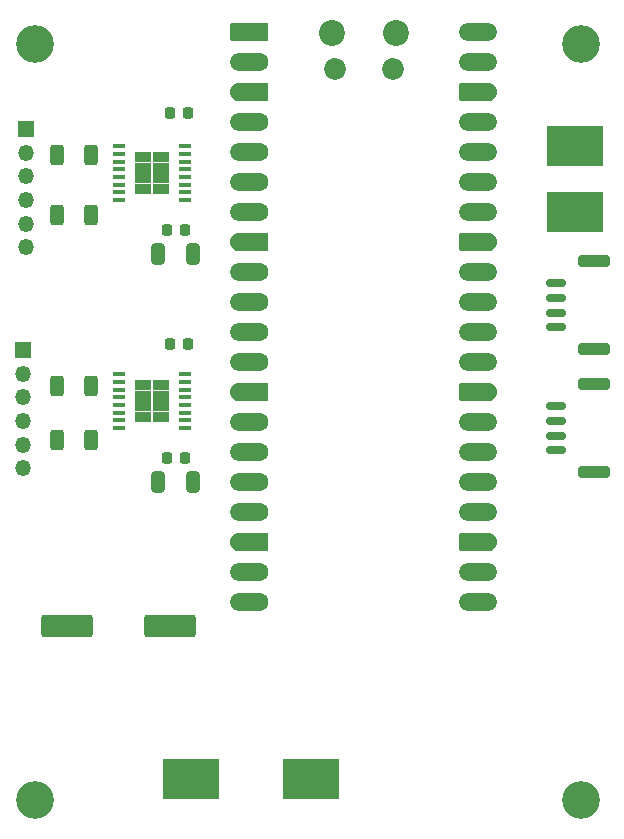
<source format=gts>
%TF.GenerationSoftware,KiCad,Pcbnew,9.0.0*%
%TF.CreationDate,2025-06-14T22:04:31-04:00*%
%TF.ProjectId,equatorial-mount,65717561-746f-4726-9961-6c2d6d6f756e,rev?*%
%TF.SameCoordinates,Original*%
%TF.FileFunction,Soldermask,Top*%
%TF.FilePolarity,Negative*%
%FSLAX46Y46*%
G04 Gerber Fmt 4.6, Leading zero omitted, Abs format (unit mm)*
G04 Created by KiCad (PCBNEW 9.0.0) date 2025-06-14 22:04:31*
%MOMM*%
%LPD*%
G01*
G04 APERTURE LIST*
G04 Aperture macros list*
%AMRoundRect*
0 Rectangle with rounded corners*
0 $1 Rounding radius*
0 $2 $3 $4 $5 $6 $7 $8 $9 X,Y pos of 4 corners*
0 Add a 4 corners polygon primitive as box body*
4,1,4,$2,$3,$4,$5,$6,$7,$8,$9,$2,$3,0*
0 Add four circle primitives for the rounded corners*
1,1,$1+$1,$2,$3*
1,1,$1+$1,$4,$5*
1,1,$1+$1,$6,$7*
1,1,$1+$1,$8,$9*
0 Add four rect primitives between the rounded corners*
20,1,$1+$1,$2,$3,$4,$5,0*
20,1,$1+$1,$4,$5,$6,$7,0*
20,1,$1+$1,$6,$7,$8,$9,0*
20,1,$1+$1,$8,$9,$2,$3,0*%
%AMFreePoly0*
4,1,37,0.800000,0.796148,0.878414,0.796148,1.032228,0.765552,1.177117,0.705537,1.307515,0.618408,1.418408,0.507515,1.505537,0.377117,1.565552,0.232228,1.596148,0.078414,1.596148,-0.078414,1.565552,-0.232228,1.505537,-0.377117,1.418408,-0.507515,1.307515,-0.618408,1.177117,-0.705537,1.032228,-0.765552,0.878414,-0.796148,0.800000,-0.796148,0.800000,-0.800000,-1.400000,-0.800000,
-1.403843,-0.796157,-1.439018,-0.796157,-1.511114,-0.766294,-1.566294,-0.711114,-1.596157,-0.639018,-1.596157,-0.603843,-1.600000,-0.600000,-1.600000,0.600000,-1.596157,0.603843,-1.596157,0.639018,-1.566294,0.711114,-1.511114,0.766294,-1.439018,0.796157,-1.403843,0.796157,-1.400000,0.800000,0.800000,0.800000,0.800000,0.796148,0.800000,0.796148,$1*%
%AMFreePoly1*
4,1,37,1.403843,0.796157,1.439018,0.796157,1.511114,0.766294,1.566294,0.711114,1.596157,0.639018,1.596157,0.603843,1.600000,0.600000,1.600000,-0.600000,1.596157,-0.603843,1.596157,-0.639018,1.566294,-0.711114,1.511114,-0.766294,1.439018,-0.796157,1.403843,-0.796157,1.400000,-0.800000,-0.800000,-0.800000,-0.800000,-0.796148,-0.878414,-0.796148,-1.032228,-0.765552,-1.177117,-0.705537,
-1.307515,-0.618408,-1.418408,-0.507515,-1.505537,-0.377117,-1.565552,-0.232228,-1.596148,-0.078414,-1.596148,0.078414,-1.565552,0.232228,-1.505537,0.377117,-1.418408,0.507515,-1.307515,0.618408,-1.177117,0.705537,-1.032228,0.765552,-0.878414,0.796148,-0.800000,0.796148,-0.800000,0.800000,1.400000,0.800000,1.403843,0.796157,1.403843,0.796157,$1*%
%AMFreePoly2*
4,1,37,0.603843,0.796157,0.639018,0.796157,0.711114,0.766294,0.766294,0.711114,0.796157,0.639018,0.796157,0.603843,0.800000,0.600000,0.800000,-0.600000,0.796157,-0.603843,0.796157,-0.639018,0.766294,-0.711114,0.711114,-0.766294,0.639018,-0.796157,0.603843,-0.796157,0.600000,-0.800000,0.000000,-0.800000,0.000000,-0.796148,-0.078414,-0.796148,-0.232228,-0.765552,-0.377117,-0.705537,
-0.507515,-0.618408,-0.618408,-0.507515,-0.705537,-0.377117,-0.765552,-0.232228,-0.796148,-0.078414,-0.796148,0.078414,-0.765552,0.232228,-0.705537,0.377117,-0.618408,0.507515,-0.507515,0.618408,-0.377117,0.705537,-0.232228,0.765552,-0.078414,0.796148,0.000000,0.796148,0.000000,0.800000,0.600000,0.800000,0.603843,0.796157,0.603843,0.796157,$1*%
%AMFreePoly3*
4,1,37,0.000000,0.796148,0.078414,0.796148,0.232228,0.765552,0.377117,0.705537,0.507515,0.618408,0.618408,0.507515,0.705537,0.377117,0.765552,0.232228,0.796148,0.078414,0.796148,-0.078414,0.765552,-0.232228,0.705537,-0.377117,0.618408,-0.507515,0.507515,-0.618408,0.377117,-0.705537,0.232228,-0.765552,0.078414,-0.796148,0.000000,-0.796148,0.000000,-0.800000,-0.600000,-0.800000,
-0.603843,-0.796157,-0.639018,-0.796157,-0.711114,-0.766294,-0.766294,-0.711114,-0.796157,-0.639018,-0.796157,-0.603843,-0.800000,-0.600000,-0.800000,0.600000,-0.796157,0.603843,-0.796157,0.639018,-0.766294,0.711114,-0.711114,0.766294,-0.639018,0.796157,-0.603843,0.796157,-0.600000,0.800000,0.000000,0.800000,0.000000,0.796148,0.000000,0.796148,$1*%
G04 Aperture macros list end*
%ADD10C,3.200000*%
%ADD11RoundRect,0.250000X1.950000X0.700000X-1.950000X0.700000X-1.950000X-0.700000X1.950000X-0.700000X0*%
%ADD12R,1.050000X0.450000*%
%ADD13R,1.470000X0.895000*%
%ADD14RoundRect,0.250000X0.312500X0.625000X-0.312500X0.625000X-0.312500X-0.625000X0.312500X-0.625000X0*%
%ADD15R,1.350000X1.350000*%
%ADD16O,1.350000X1.350000*%
%ADD17RoundRect,0.250000X0.325000X0.650000X-0.325000X0.650000X-0.325000X-0.650000X0.325000X-0.650000X0*%
%ADD18RoundRect,0.225000X0.225000X0.250000X-0.225000X0.250000X-0.225000X-0.250000X0.225000X-0.250000X0*%
%ADD19RoundRect,0.150000X0.700000X-0.150000X0.700000X0.150000X-0.700000X0.150000X-0.700000X-0.150000X0*%
%ADD20RoundRect,0.250000X1.100000X-0.250000X1.100000X0.250000X-1.100000X0.250000X-1.100000X-0.250000X0*%
%ADD21R,4.699000X3.429000*%
%ADD22C,2.200000*%
%ADD23C,1.850000*%
%ADD24FreePoly0,0.000000*%
%ADD25RoundRect,0.200000X-0.600000X-0.600000X0.600000X-0.600000X0.600000X0.600000X-0.600000X0.600000X0*%
%ADD26RoundRect,0.800000X-0.800000X-0.000010X0.800000X-0.000010X0.800000X0.000010X-0.800000X0.000010X0*%
%ADD27C,1.600000*%
%ADD28FreePoly1,0.000000*%
%ADD29FreePoly2,0.000000*%
%ADD30FreePoly3,0.000000*%
G04 APERTURE END LIST*
D10*
%TO.C,H4*%
X156464000Y-138684000D03*
%TD*%
%TO.C,H3*%
X110236000Y-138684000D03*
%TD*%
%TO.C,H2*%
X156464000Y-74676000D03*
%TD*%
%TO.C,H1*%
X110236000Y-74676000D03*
%TD*%
D11*
%TO.C,C1*%
X121698000Y-123952000D03*
X112998000Y-123952000D03*
%TD*%
D12*
%TO.C,U4*%
X117367000Y-102627000D03*
X117367000Y-103277000D03*
X117367000Y-103927000D03*
X117367000Y-104577000D03*
X117367000Y-105227000D03*
X117367000Y-105877000D03*
X117367000Y-106527000D03*
X117367000Y-107177000D03*
X122917000Y-107177000D03*
X122917000Y-106527000D03*
X122917000Y-105877000D03*
X122917000Y-105227000D03*
X122917000Y-104577000D03*
X122917000Y-103927000D03*
X122917000Y-103277000D03*
X122917000Y-102627000D03*
D13*
X119407000Y-103559500D03*
X119407000Y-104454500D03*
X119407000Y-105349500D03*
X119407000Y-106244500D03*
X120877000Y-103559500D03*
X120877000Y-104454500D03*
X120877000Y-105349500D03*
X120877000Y-106244500D03*
%TD*%
D14*
%TO.C,R8*%
X115000500Y-108204000D03*
X112075500Y-108204000D03*
%TD*%
%TO.C,R7*%
X115000500Y-103632000D03*
X112075500Y-103632000D03*
%TD*%
D15*
%TO.C,J5*%
X109220000Y-100584000D03*
D16*
X109220000Y-102584000D03*
X109220000Y-104584000D03*
X109220000Y-106584000D03*
X109220000Y-108584000D03*
X109220000Y-110584000D03*
%TD*%
D17*
%TO.C,C9*%
X123649000Y-111760000D03*
X120699000Y-111760000D03*
%TD*%
D18*
%TO.C,C8*%
X122949000Y-109728000D03*
X121399000Y-109728000D03*
%TD*%
%TO.C,C7*%
X123203000Y-100076000D03*
X121653000Y-100076000D03*
%TD*%
D19*
%TO.C,J3*%
X154360000Y-98649000D03*
X154360000Y-97399000D03*
X154360000Y-96149000D03*
X154360000Y-94899000D03*
D20*
X157560000Y-100499000D03*
X157560000Y-93049000D03*
%TD*%
D21*
%TO.C,TP1*%
X133604000Y-136906000D03*
%TD*%
D14*
%TO.C,R6*%
X115000500Y-84074000D03*
X112075500Y-84074000D03*
%TD*%
D21*
%TO.C,TP3*%
X123444000Y-136906000D03*
%TD*%
%TO.C,TP2*%
X155956000Y-88900000D03*
%TD*%
D18*
%TO.C,C6*%
X123203000Y-80518000D03*
X121653000Y-80518000D03*
%TD*%
D14*
%TO.C,R5*%
X115000500Y-89154000D03*
X112075500Y-89154000D03*
%TD*%
D22*
%TO.C,A1*%
X135374500Y-73743000D03*
D23*
X135674500Y-76773000D03*
X140524500Y-76773000D03*
D22*
X140824500Y-73743000D03*
D24*
X128409500Y-73613000D03*
D25*
X129209500Y-73613000D03*
D26*
X128409500Y-76153000D03*
D27*
X129209500Y-76153000D03*
D28*
X128409500Y-78693000D03*
D29*
X129209500Y-78693000D03*
D26*
X128409500Y-81233000D03*
D27*
X129209500Y-81233000D03*
D26*
X128409500Y-83773000D03*
D27*
X129209500Y-83773000D03*
D26*
X128409500Y-86313000D03*
D27*
X129209500Y-86313000D03*
D26*
X128409500Y-88853000D03*
D27*
X129209500Y-88853000D03*
D28*
X128409500Y-91393000D03*
D29*
X129209500Y-91393000D03*
D26*
X128409500Y-93933000D03*
D27*
X129209500Y-93933000D03*
D26*
X128409500Y-96473000D03*
D27*
X129209500Y-96473000D03*
D26*
X128409500Y-99013000D03*
D27*
X129209500Y-99013000D03*
D26*
X128409500Y-101553000D03*
D27*
X129209500Y-101553000D03*
D28*
X128409500Y-104093000D03*
D29*
X129209500Y-104093000D03*
D26*
X128409500Y-106633000D03*
D27*
X129209500Y-106633000D03*
D26*
X128409500Y-109173000D03*
D27*
X129209500Y-109173000D03*
D26*
X128409500Y-111713000D03*
D27*
X129209500Y-111713000D03*
D26*
X128409500Y-114253000D03*
D27*
X129209500Y-114253000D03*
D28*
X128409500Y-116793000D03*
D29*
X129209500Y-116793000D03*
D26*
X128409500Y-119333000D03*
D27*
X129209500Y-119333000D03*
D26*
X128409500Y-121873000D03*
D27*
X129209500Y-121873000D03*
X146989500Y-121873000D03*
D26*
X147789500Y-121873000D03*
D27*
X146989500Y-119333000D03*
D26*
X147789500Y-119333000D03*
D30*
X146989500Y-116793000D03*
D24*
X147789500Y-116793000D03*
D27*
X146989500Y-114253000D03*
D26*
X147789500Y-114253000D03*
D27*
X146989500Y-111713000D03*
D26*
X147789500Y-111713000D03*
D27*
X146989500Y-109173000D03*
D26*
X147789500Y-109173000D03*
D27*
X146989500Y-106633000D03*
D26*
X147789500Y-106633000D03*
D30*
X146989500Y-104093000D03*
D24*
X147789500Y-104093000D03*
D27*
X146989500Y-101553000D03*
D26*
X147789500Y-101553000D03*
D27*
X146989500Y-99013000D03*
D26*
X147789500Y-99013000D03*
D27*
X146989500Y-96473000D03*
D26*
X147789500Y-96473000D03*
D27*
X146989500Y-93933000D03*
D26*
X147789500Y-93933000D03*
D30*
X146989500Y-91393000D03*
D24*
X147789500Y-91393000D03*
D27*
X146989500Y-88853000D03*
D26*
X147789500Y-88853000D03*
D27*
X146989500Y-86313000D03*
D26*
X147789500Y-86313000D03*
D27*
X146989500Y-83773000D03*
D26*
X147789500Y-83773000D03*
D27*
X146989500Y-81233000D03*
D26*
X147789500Y-81233000D03*
D30*
X146989500Y-78693000D03*
D24*
X147789500Y-78693000D03*
D27*
X146989500Y-76153000D03*
D26*
X147789500Y-76153000D03*
D27*
X146989500Y-73613000D03*
D26*
X147789500Y-73613000D03*
%TD*%
D18*
%TO.C,C5*%
X122949000Y-90424000D03*
X121399000Y-90424000D03*
%TD*%
D12*
%TO.C,U3*%
X117367000Y-83323000D03*
X117367000Y-83973000D03*
X117367000Y-84623000D03*
X117367000Y-85273000D03*
X117367000Y-85923000D03*
X117367000Y-86573000D03*
X117367000Y-87223000D03*
X117367000Y-87873000D03*
X122917000Y-87873000D03*
X122917000Y-87223000D03*
X122917000Y-86573000D03*
X122917000Y-85923000D03*
X122917000Y-85273000D03*
X122917000Y-84623000D03*
X122917000Y-83973000D03*
X122917000Y-83323000D03*
D13*
X119407000Y-84255500D03*
X119407000Y-85150500D03*
X119407000Y-86045500D03*
X119407000Y-86940500D03*
X120877000Y-84255500D03*
X120877000Y-85150500D03*
X120877000Y-86045500D03*
X120877000Y-86940500D03*
%TD*%
D17*
%TO.C,C4*%
X123649000Y-92456000D03*
X120699000Y-92456000D03*
%TD*%
D19*
%TO.C,J4*%
X154360000Y-109063000D03*
X154360000Y-107813000D03*
X154360000Y-106563000D03*
X154360000Y-105313000D03*
D20*
X157560000Y-110913000D03*
X157560000Y-103463000D03*
%TD*%
D15*
%TO.C,J2*%
X109474000Y-81868000D03*
D16*
X109474000Y-83868000D03*
X109474000Y-85868000D03*
X109474000Y-87868000D03*
X109474000Y-89868000D03*
X109474000Y-91868000D03*
%TD*%
D21*
%TO.C,TP4*%
X155956000Y-83312000D03*
%TD*%
M02*

</source>
